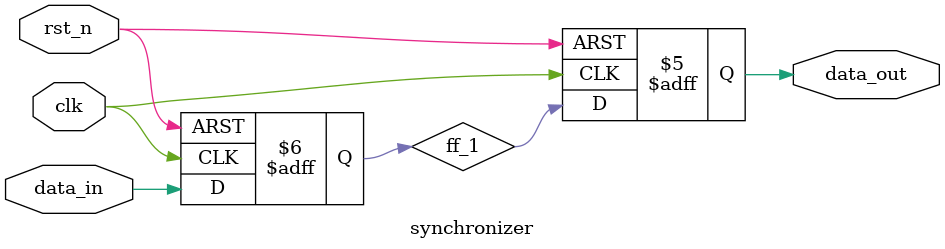
<source format=sv>

module synchronizer(
    input  logic clk,
    input  logic rst_n,
    input  logic data_in,
    output logic data_out
    );
    
    logic ff_1;
    
  always_ff @(posedge clk, negedge rst_n)
    if (~rst_n) ff_1 <= 1'b0;
    else        ff_1 <= data_in;
    
  always_ff @(posedge clk, negedge rst_n)
    if (~rst_n) data_out <= 1'b0;
    else        data_out <= ff_1;
    
    
endmodule

</source>
